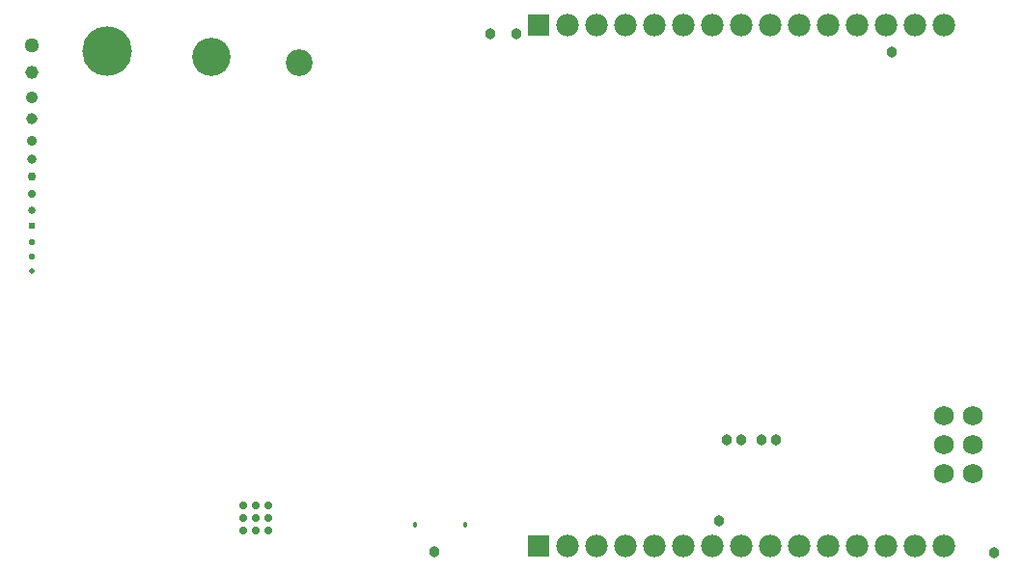
<source format=gbs>
G04 Layer_Color=16711935*
%FSAX25Y25*%
%MOIN*%
G70*
G01*
G75*
%ADD113C,0.06800*%
%ADD114R,0.07800X0.07800*%
%ADD115C,0.07800*%
%ADD116C,0.01800*%
%ADD117C,0.05030*%
%ADD118C,0.04200*%
%ADD119C,0.03540*%
%ADD120C,0.03010*%
%ADD121C,0.02590*%
%ADD122C,0.02260*%
%ADD123C,0.02000*%
%ADD124C,0.03800*%
%ADD125C,0.02769*%
%ADD126C,0.02130*%
%ADD127C,0.02420*%
%ADD128C,0.02790*%
%ADD129C,0.03260*%
%ADD130C,0.03850*%
%ADD131C,0.04590*%
%ADD132C,0.17150*%
%ADD133C,0.09270*%
%ADD134C,0.13200*%
D113*
X0422500Y0155000D02*
D03*
X0432500D02*
D03*
X0422500Y0135000D02*
D03*
Y0145000D02*
D03*
X0432500D02*
D03*
Y0135000D02*
D03*
D114*
X0282500Y0290000D02*
D03*
Y0110000D02*
D03*
D115*
X0292500Y0290000D02*
D03*
X0302500D02*
D03*
X0312500D02*
D03*
X0322500D02*
D03*
X0332500D02*
D03*
X0342500D02*
D03*
X0352500D02*
D03*
X0362500D02*
D03*
X0372500D02*
D03*
X0382500D02*
D03*
X0392500D02*
D03*
X0402500D02*
D03*
X0412500D02*
D03*
X0422500D02*
D03*
X0292500Y0110000D02*
D03*
X0302500D02*
D03*
X0312500D02*
D03*
X0322500D02*
D03*
X0332500D02*
D03*
X0342500D02*
D03*
X0352500D02*
D03*
X0362500D02*
D03*
X0372500D02*
D03*
X0382500D02*
D03*
X0392500D02*
D03*
X0402500D02*
D03*
X0412500D02*
D03*
X0422500D02*
D03*
D116*
X0239839Y0117238D02*
D03*
X0257161D02*
D03*
D117*
X0107500Y0283000D02*
D03*
D118*
Y0265000D02*
D03*
D119*
Y0250000D02*
D03*
D120*
Y0237500D02*
D03*
D121*
Y0226000D02*
D03*
D122*
Y0215000D02*
D03*
D123*
Y0205000D02*
D03*
D124*
X0275000Y0287000D02*
D03*
X0347500Y0146500D02*
D03*
X0440000Y0107500D02*
D03*
X0359500Y0146500D02*
D03*
X0404500Y0280500D02*
D03*
X0352500Y0146500D02*
D03*
X0345000Y0118500D02*
D03*
X0266000Y0287000D02*
D03*
X0246500Y0108000D02*
D03*
X0364500Y0146500D02*
D03*
D125*
X0189331Y0115169D02*
D03*
X0185000D02*
D03*
X0180669D02*
D03*
X0189331Y0119500D02*
D03*
X0185000D02*
D03*
X0180669D02*
D03*
X0189331Y0123831D02*
D03*
X0185000D02*
D03*
X0180669D02*
D03*
D126*
X0107500Y0210000D02*
D03*
D127*
Y0220500D02*
D03*
D128*
Y0231500D02*
D03*
D129*
Y0243500D02*
D03*
D130*
Y0257500D02*
D03*
D131*
Y0273500D02*
D03*
D132*
X0133500Y0281000D02*
D03*
D133*
X0200000Y0277000D02*
D03*
D134*
X0169500Y0279000D02*
D03*
M02*

</source>
